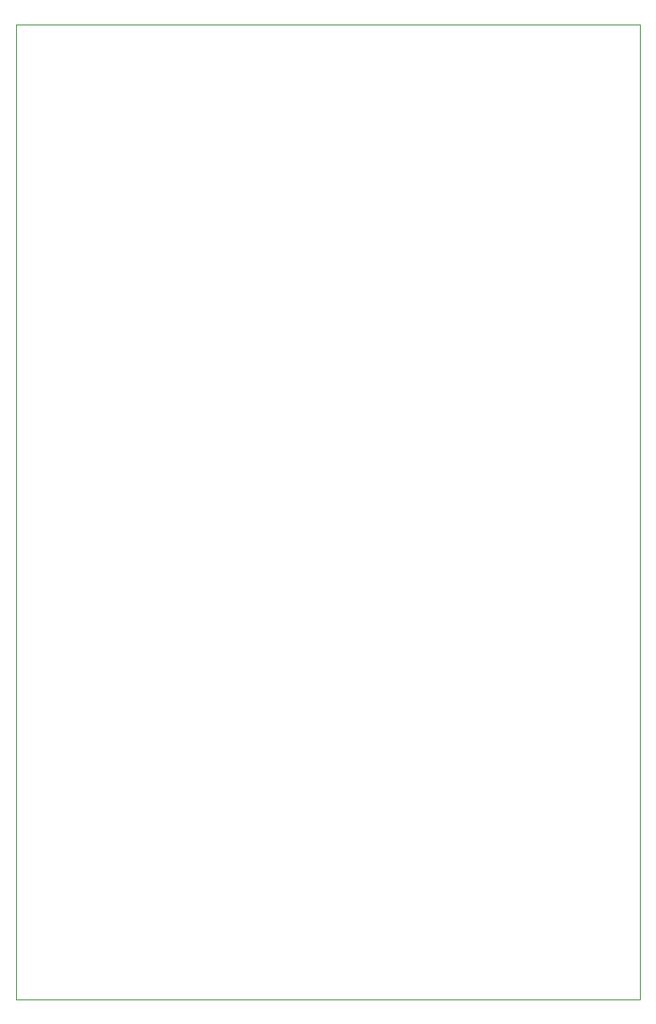
<source format=gbr>
%TF.GenerationSoftware,KiCad,Pcbnew,8.0.5-8.0.5-0~ubuntu24.04.1*%
%TF.CreationDate,2024-09-28T13:56:45+02:00*%
%TF.ProjectId,Highz-stereo,48696768-7a2d-4737-9465-72656f2e6b69,rev?*%
%TF.SameCoordinates,Original*%
%TF.FileFunction,Profile,NP*%
%FSLAX46Y46*%
G04 Gerber Fmt 4.6, Leading zero omitted, Abs format (unit mm)*
G04 Created by KiCad (PCBNEW 8.0.5-8.0.5-0~ubuntu24.04.1) date 2024-09-28 13:56:45*
%MOMM*%
%LPD*%
G01*
G04 APERTURE LIST*
%TA.AperFunction,Profile*%
%ADD10C,0.100000*%
%TD*%
G04 APERTURE END LIST*
D10*
X37500000Y-32500000D02*
X100000000Y-32500000D01*
X100000000Y-130000000D01*
X37500000Y-130000000D01*
X37500000Y-32500000D01*
M02*

</source>
